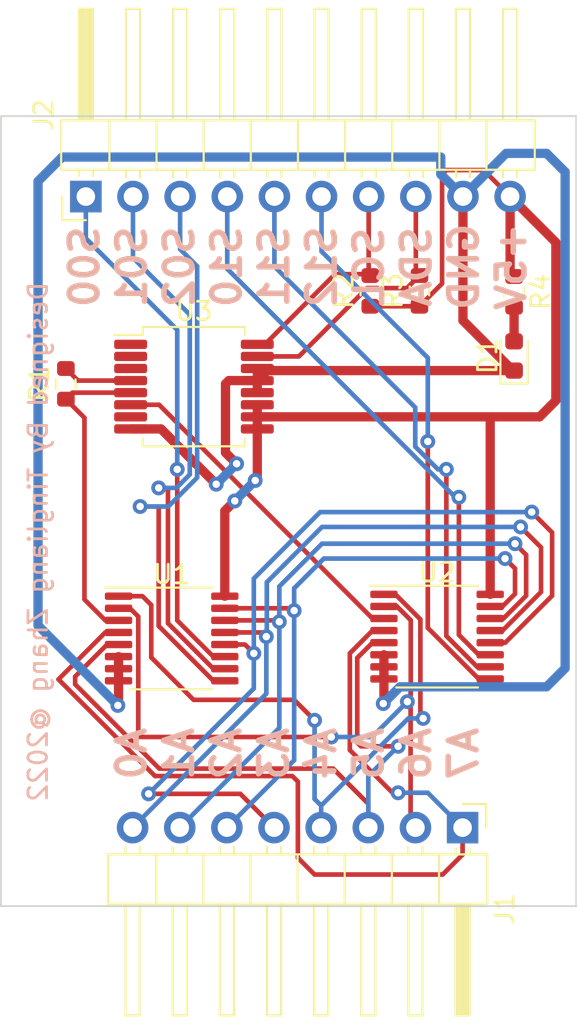
<source format=kicad_pcb>
(kicad_pcb (version 20211014) (generator pcbnew)
  (layers (0 "F.Cu" signal) (31 "B.Cu" signal) (34 "B.Paste" user) (35 "F.Paste" user) (36 "B.SilkS" user "B.Silkscreen") (37 "F.SilkS" user "F.Silkscreen") (38 "B.Mask" user) (39 "F.Mask" user) (44 "Edge.Cuts" user))
  (net 0 "")
  (net 1 "GND")
  (net 2 "Net-(D1-Pad2)")
  (net 3 "/A7")
  (net 4 "/A6")
  (net 5 "/A5")
  (net 6 "/A4")
  (net 7 "/A3")
  (net 8 "/A2")
  (net 9 "/A1")
  (net 10 "/A0")
  (net 11 "/S00")
  (net 12 "/S01")
  (net 13 "/S02")
  (net 14 "/S10")
  (net 15 "/S11")
  (net 16 "/S12")
  (net 17 "/SCL")
  (net 18 "/SDA")
  (net 19 "+5V")
  (net 20 "/IN")
  (net 21 "Net-(R1-Pad2)")
  (net 22 "/OUT")
  (footprint "Package_SO:TSSOP-16_4.4x5mm_P0.65mm" (layer "F.Cu") (at 110.5 58)
    (fp_text reference "U2" (at 0 -3.45) (layer "F.SilkS"))
    (fp_text value "74HC4051")
    (fp_line (start 0 -2.735) (end 2.2 -2.735) (layer "F.SilkS") (width 0.12))
    (fp_line (start 0 2.735) (end -2.2 2.735) (layer "F.SilkS") (width 0.12))
    (fp_line (start 0 2.735) (end 2.2 2.735) (layer "F.SilkS") (width 0.12))
    (fp_line (start 0 -2.735) (end -3.6 -2.735) (layer "F.SilkS") (width 0.12))
    (pad "1" smd roundrect locked (at -2.8625 -2.275) (size 1.475 0.4) (layers "F.Cu" "F.Paste" "F.Mask") (net 6 "/A4"))
    (pad "2" smd roundrect locked (at -2.8625 -1.625) (size 1.475 0.4) (layers "F.Cu" "F.Paste" "F.Mask") (net 4 "/A6"))
    (pad "3" smd roundrect locked (at -2.8625 -0.975) (size 1.475 0.4) (layers "F.Cu" "F.Paste" "F.Mask") (net 22 "/OUT"))
    (pad "4" smd roundrect locked (at -2.8625 -0.325) (size 1.475 0.4) (layers "F.Cu" "F.Paste" "F.Mask") (net 3 "/A7"))
    (pad "5" smd roundrect locked (at -2.8625 0.325) (size 1.475 0.4) (layers "F.Cu" "F.Paste" "F.Mask") (net 5 "/A5"))
    (pad "6" smd roundrect locked (at -2.8625 0.975) (size 1.475 0.4) (layers "F.Cu" "F.Paste" "F.Mask") (net 1 "GND"))
    (pad "7" smd roundrect locked (at -2.8625 1.625) (size 1.475 0.4) (layers "F.Cu" "F.Paste" "F.Mask") (net 1 "GND"))
    (pad "8" smd roundrect locked (at -2.8625 2.275) (size 1.475 0.4) (layers "F.Cu" "F.Paste" "F.Mask") (net 1 "GND"))
    (pad "9" smd roundrect locked (at 2.8625 2.275) (size 1.475 0.4) (layers "F.Cu" "F.Paste" "F.Mask") (net 16 "/S12"))
    (pad "10" smd roundrect locked (at 2.8625 1.625) (size 1.475 0.4) (layers "F.Cu" "F.Paste" "F.Mask") (net 15 "/S11"))
    (pad "11" smd roundrect locked (at 2.8625 0.975) (size 1.475 0.4) (layers "F.Cu" "F.Paste" "F.Mask") (net 14 "/S10"))
    (pad "12" smd roundrect locked (at 2.8625 0.325) (size 1.475 0.4) (layers "F.Cu" "F.Paste" "F.Mask") (net 7 "/A3"))
    (pad "13" smd roundrect locked (at 2.8625 -0.325) (size 1.475 0.4) (layers "F.Cu" "F.Paste" "F.Mask") (net 10 "/A0"))
    (pad "14" smd roundrect locked (at 2.8625 -0.975) (size 1.475 0.4) (layers "F.Cu" "F.Paste" "F.Mask") (net 9 "/A1"))
    (pad "15" smd roundrect locked (at 2.8625 -1.625) (size 1.475 0.4) (layers "F.Cu" "F.Paste" "F.Mask") (net 8 "/A2"))
    (pad "16" smd roundrect locked (at 2.8625 -2.275) (size 1.475 0.4) (layers "F.Cu" "F.Paste" "F.Mask") (net 19 "+5V"))
  )
  (footprint "Connector_PinHeader_2.54mm:PinHeader_1x10_P2.54mm_Horizontal" (layer "F.Cu") (at 91.575 34.325 90)
    (fp_text reference "J2" (at 4.385 -2.27 90) (layer "F.SilkS"))
    (fp_text value "Conn_01x10")
    (fp_line (start 1.042929 7.24) (end 1.44 7.24) (layer "F.SilkS") (width 0.12))
    (fp_line (start 1.042929 4.7) (end 1.44 4.7) (layer "F.SilkS") (width 0.12))
    (fp_line (start 1.042929 12.32) (end 1.44 12.32) (layer "F.SilkS") (width 0.12))
    (fp_line (start 4.1 0.28) (end 10.1 0.28) (layer "F.SilkS") (width 0.12))
    (fp_line (start 4.1 22.48) (end 10.1 22.48) (layer "F.SilkS") (width 0.12))
    (fp_line (start 10.1 18.16) (end 4.1 18.16) (layer "F.SilkS") (width 0.12))
    (fp_line (start 1.44 13.97) (end 4.1 13.97) (layer "F.SilkS") (width 0.12))
    (fp_line (start 1.042929 23.24) (end 1.44 23.24) (layer "F.SilkS") (width 0.12))
    (fp_line (start 1.11 -0.38) (end 1.44 -0.38) (layer "F.SilkS") (width 0.12))
    (fp_line (start 4.1 9.78) (end 10.1 9.78) (layer "F.SilkS") (width 0.12))
    (fp_line (start -1.27 0) (end -1.27 -1.27) (layer "F.SilkS") (width 0.12))
    (fp_line (start 1.042929 10.54) (end 1.44 10.54) (layer "F.SilkS") (width 0.12))
    (fp_line (start 1.44 16.51) (end 4.1 16.51) (layer "F.SilkS") (width 0.12))
    (fp_line (start 4.1 2.16) (end 10.1 2.16) (layer "F.SilkS") (width 0.12))
    (fp_line (start 10.1 13.08) (end 4.1 13.08) (layer "F.SilkS") (width 0.12))
    (fp_line (start 10.1 9.78) (end 10.1 10.54) (layer "F.SilkS") (width 0.12))
    (fp_line (start 1.042929 22.48) (end 1.44 22.48) (layer "F.SilkS") (width 0.12))
    (fp_line (start 4.1 24.19) (end 4.1 -1.33) (layer "F.SilkS") (width 0.12))
    (fp_line (start 1.042929 17.4) (end 1.44 17.4) (layer "F.SilkS") (width 0.12))
    (fp_line (start 1.042929 18.16) (end 1.44 18.16) (layer "F.SilkS") (width 0.12))
    (fp_line (start 10.1 19.94) (end 10.1 20.7) (layer "F.SilkS") (width 0.12))
    (fp_line (start 1.44 8.89) (end 4.1 8.89) (layer "F.SilkS") (width 0.12))
    (fp_line (start 1.44 21.59) (end 4.1 21.59) (layer "F.SilkS") (width 0.12))
    (fp_line (start 1.44 11.43) (end 4.1 11.43) (layer "F.SilkS") (width 0.12))
    (fp_line (start 1.44 19.05) (end 4.1 19.05) (layer "F.SilkS") (width 0.12))
    (fp_line (start 10.1 7.24) (end 10.1 8) (layer "F.SilkS") (width 0.12))
    (fp_line (start 4.1 4.7) (end 10.1 4.7) (layer "F.SilkS") (width 0.12))
    (fp_line (start 10.1 12.32) (end 10.1 13.08) (layer "F.SilkS") (width 0.12))
    (fp_line (start 10.1 -0.38) (end 10.1 0.38) (layer "F.SilkS") (width 0.12))
    (fp_line (start 4.1 12.32) (end 10.1 12.32) (layer "F.SilkS") (width 0.12))
    (fp_line (start 10.1 17.4) (end 10.1 18.16) (layer "F.SilkS") (width 0.12))
    (fp_line (start 10.1 10.54) (end 4.1 10.54) (layer "F.SilkS") (width 0.12))
    (fp_line (start 10.1 22.48) (end 10.1 23.24) (layer "F.SilkS") (width 0.12))
    (fp_line (start 1.042929 14.86) (end 1.44 14.86) (layer "F.SilkS") (width 0.12))
    (fp_line (start 4.1 17.4) (end 10.1 17.4) (layer "F.SilkS") (width 0.12))
    (fp_line (start 1.44 -1.33) (end 1.44 24.19) (layer "F.SilkS") (width 0.12))
    (fp_line (start 1.042929 2.16) (end 1.44 2.16) (layer "F.SilkS") (width 0.12))
    (fp_line (start 1.042929 15.62) (end 1.44 15.62) (layer "F.SilkS") (width 0.12))
    (fp_line (start 10.1 4.7) (end 10.1 5.46) (layer "F.SilkS") (width 0.12))
    (fp_line (start 1.44 1.27) (end 4.1 1.27) (layer "F.SilkS") (width 0.12))
    (fp_line (start 4.1 0.04) (end 10.1 0.04) (layer "F.SilkS") (width 0.12))
    (fp_line (start 1.042929 8) (end 1.44 8) (layer "F.SilkS") (width 0.12))
    (fp_line (start 10.1 5.46) (end 4.1 5.46) (layer "F.SilkS") (width 0.12))
    (fp_line (start 4.1 14.86) (end 10.1 14.86) (layer "F.SilkS") (width 0.12))
    (fp_line (start 1.44 6.35) (end 4.1 6.35) (layer "F.SilkS") (width 0.12))
    (fp_line (start 10.1 2.92) (end 4.1 2.92) (layer "F.SilkS") (width 0.12))
    (fp_line (start 1.44 24.19) (end 4.1 24.19) (layer "F.SilkS") (width 0.12))
    (fp_line (start 4.1 -1.33) (end 1.44 -1.33) (layer "F.SilkS") (width 0.12))
    (fp_line (start 1.11 0.38) (end 1.44 0.38) (layer "F.SilkS") (width 0.12))
    (fp_line (start 1.042929 20.7) (end 1.44 20.7) (layer "F.SilkS") (width 0.12))
    (fp_line (start 4.1 -0.32) (end 10.1 -0.32) (layer "F.SilkS") (width 0.12))
    (fp_line (start 4.1 7.24) (end 10.1 7.24) (layer "F.SilkS") (width 0.12))
    (fp_line (start 1.042929 9.78) (end 1.44 9.78) (layer "F.SilkS") (width 0.12))
    (fp_line (start 10.1 2.16) (end 10.1 2.92) (layer "F.SilkS") (width 0.12))
    (fp_line (start 4.1 0.16) (end 10.1 0.16) (layer "F.SilkS") (width 0.12))
    (fp_line (start 10.1 23.24) (end 4.1 23.24) (layer "F.SilkS") (width 0.12))
    (fp_line (start 4.1 19.94) (end 10.1 19.94) (layer "F.SilkS") (width 0.12))
    (fp_line (start 10.1 0.38) (end 4.1 0.38) (layer "F.SilkS") (width 0.12))
    (fp_line (start 4.1 -0.38) (end 10.1 -0.38) (layer "F.SilkS") (width 0.12))
    (fp_line (start -1.27 -1.27) (end 0 -1.27) (layer "F.SilkS") (width 0.12))
    (fp_line (start 10.1 8) (end 4.1 8) (layer "F.SilkS") (width 0.12))
    (fp_line (start 1.042929 2.92) (end 1.44 2.92) (layer "F.SilkS") (width 0.12))
    (fp_line (start 1.042929 19.94) (end 1.44 19.94) (layer "F.SilkS") (width 0.12))
    (fp_line (start 1.042929 13.08) (end 1.44 13.08) (layer "F.SilkS") (width 0.12))
    (fp_line (start 1.44 3.81) (end 4.1 3.81) (layer "F.SilkS") (width 0.12))
    (fp_line (start 10.1 14.86) (end 10.1 15.62) (layer "F.SilkS") (width 0.12))
    (fp_line (start 10.1 20.7) (end 4.1 20.7) (layer "F.SilkS") (width 0.12))
    (fp_line (start 10.1 15.62) (end 4.1 15.62) (layer "F.SilkS") (width 0.12))
    (fp_line (start 4.1 -0.08) (end 10.1 -0.08) (layer "F.SilkS") (width 0.12))
    (fp_line (start 4.1 -0.2) (end 10.1 -0.2) (layer "F.SilkS") (width 0.12))
    (fp_line (start 1.042929 5.46) (end 1.44 5.46) (layer "F.SilkS") (width 0.12))
    (pad "1" thru_hole rect locked (at 0 0 90) (size 1.7 1.7) (drill 1) (layers *.Cu *.Mask) (net 11 "/S00"))
    (pad "2" thru_hole oval locked (at 0 2.54 90) (size 1.7 1.7) (drill 1) (layers *.Cu *.Mask) (net 12 "/S01"))
    (pad "3" thru_hole oval locked (at 0 5.08 90) (size 1.7 1.7) (drill 1) (layers *.Cu *.Mask) (net 13 "/S02"))
    (pad "4" thru_hole oval locked (at 0 7.62 90) (size 1.7 1.7) (drill 1) (layers *.Cu *.Mask) (net 14 "/S10"))
    (pad "5" thru_hole oval locked (at 0 10.16 90) (size 1.7 1.7) (drill 1) (layers *.Cu *.Mask) (net 15 "/S11"))
    (pad "6" thru_hole oval locked (at 0 12.7 90) (size 1.7 1.7) (drill 1) (layers *.Cu *.Mask) (net 16 "/S12"))
    (pad "7" thru_hole oval locked (at 0 15.24 90) (size 1.7 1.7) (drill 1) (layers *.Cu *.Mask) (net 17 "/SCL"))
    (pad "8" thru_hole oval locked (at 0 17.78 90) (size 1.7 1.7) (drill 1) (layers *.Cu *.Mask) (net 18 "/SDA"))
    (pad "9" thru_hole oval locked (at 0 20.32 90) (size 1.7 1.7) (drill 1) (layers *.Cu *.Mask) (net 1 "GND"))
    (pad "10" thru_hole oval locked (at 0 22.86 90) (size 1.7 1.7) (drill 1) (layers *.Cu *.Mask) (net 19 "+5V"))
  )
  (footprint "Package_SO:SSOP-16_5.3x6.2mm_P0.65mm" (layer "F.Cu") (at 97.4 44.55)
    (fp_text reference "U3" (at 0 -4.05) (layer "F.SilkS"))
    (fp_text value "AD5933")
    (fp_line (start 0 3.21) (end -2.76 3.21) (layer "F.SilkS") (width 0.12))
    (fp_line (start 0 3.21) (end 2.76 3.21) (layer "F.SilkS") (width 0.12))
    (fp_line (start 2.76 3.21) (end 2.76 2.785) (layer "F.SilkS") (width 0.12))
    (fp_line (start 2.76 -3.21) (end 2.76 -2.785) (layer "F.SilkS") (width 0.12))
    (fp_line (start -2.76 -2.785) (end -4.3 -2.785) (layer "F.SilkS") (width 0.12))
    (fp_line (start 0 -3.21) (end -2.76 -3.21) (layer "F.SilkS") (width 0.12))
    (fp_line (start -2.76 3.21) (end -2.76 2.785) (layer "F.SilkS") (width 0.12))
    (fp_line (start -2.76 -3.21) (end -2.76 -2.785) (layer "F.SilkS") (width 0.12))
    (fp_line (start 0 -3.21) (end 2.76 -3.21) (layer "F.SilkS") (width 0.12))
    (pad "1" smd roundrect locked (at -3.4125 -2.275) (size 1.775 0.5) (layers "F.Cu" "F.Paste" "F.Mask"))
    (pad "2" smd roundrect locked (at -3.4125 -1.625) (size 1.775 0.5) (layers "F.Cu" "F.Paste" "F.Mask"))
    (pad "3" smd roundrect locked (at -3.4125 -0.975) (size 1.775 0.5) (layers "F.Cu" "F.Paste" "F.Mask"))
    (pad "4" smd roundrect locked (at -3.4125 -0.325) (size 1.775 0.5) (layers "F.Cu" "F.Paste" "F.Mask") (net 21 "Net-(R1-Pad2)"))
    (pad "5" smd roundrect locked (at -3.4125 0.325) (size 1.775 0.5) (layers "F.Cu" "F.Paste" "F.Mask") (net 20 "/IN"))
    (pad "6" smd roundrect locked (at -3.4125 0.975) (size 1.775 0.5) (layers "F.Cu" "F.Paste" "F.Mask") (net 22 "/OUT"))
    (pad "7" smd roundrect locked (at -3.4125 1.625) (size 1.775 0.5) (layers "F.Cu" "F.Paste" "F.Mask"))
    (pad "8" smd roundrect locked (at -3.4125 2.275) (size 1.775 0.5) (layers "F.Cu" "F.Paste" "F.Mask") (net 1 "GND"))
    (pad "9" smd roundrect locked (at 3.4125 2.275) (size 1.775 0.5) (layers "F.Cu" "F.Paste" "F.Mask") (net 19 "+5V"))
    (pad "10" smd roundrect locked (at 3.4125 1.625) (size 1.775 0.5) (layers "F.Cu" "F.Paste" "F.Mask") (net 19 "+5V"))
    (pad "11" smd roundrect locked (at 3.4125 0.975) (size 1.775 0.5) (layers "F.Cu" "F.Paste" "F.Mask") (net 19 "+5V"))
    (pad "12" smd roundrect locked (at 3.4125 0.325) (size 1.775 0.5) (layers "F.Cu" "F.Paste" "F.Mask") (net 1 "GND"))
    (pad "13" smd roundrect locked (at 3.4125 -0.325) (size 1.775 0.5) (layers "F.Cu" "F.Paste" "F.Mask") (net 1 "GND"))
    (pad "14" smd roundrect locked (at 3.4125 -0.975) (size 1.775 0.5) (layers "F.Cu" "F.Paste" "F.Mask") (net 1 "GND"))
    (pad "15" smd roundrect locked (at 3.4125 -1.625) (size 1.775 0.5) (layers "F.Cu" "F.Paste" "F.Mask") (net 18 "/SDA"))
    (pad "16" smd roundrect locked (at 3.4125 -2.275) (size 1.775 0.5) (layers "F.Cu" "F.Paste" "F.Mask") (net 17 "/SCL"))
  )
  (footprint "Connector_PinHeader_2.54mm:PinHeader_1x08_P2.54mm_Horizontal" (layer "F.Cu") (at 111.875 68.275 -90)
    (fp_text reference "J1" (at 4.385 -2.27 90) (layer "F.SilkS"))
    (fp_text value "Conn_01x08")
    (fp_line (start 1.042929 2.16) (end 1.44 2.16) (layer "F.SilkS") (width 0.12))
    (fp_line (start 10.1 12.32) (end 10.1 13.08) (layer "F.SilkS") (width 0.12))
    (fp_line (start 4.1 0.16) (end 10.1 0.16) (layer "F.SilkS") (width 0.12))
    (fp_line (start -1.27 -1.27) (end 0 -1.27) (layer "F.SilkS") (width 0.12))
    (fp_line (start 10.1 10.54) (end 4.1 10.54) (layer "F.SilkS") (width 0.12))
    (fp_line (start 1.11 -0.38) (end 1.44 -0.38) (layer "F.SilkS") (width 0.12))
    (fp_line (start 10.1 17.4) (end 10.1 18.16) (layer "F.SilkS") (width 0.12))
    (fp_line (start 10.1 18.16) (end 4.1 18.16) (layer "F.SilkS") (width 0.12))
    (fp_line (start 1.042929 14.86) (end 1.44 14.86) (layer "F.SilkS") (width 0.12))
    (fp_line (start 4.1 2.16) (end 10.1 2.16) (layer "F.SilkS") (width 0.12))
    (fp_line (start 1.042929 15.62) (end 1.44 15.62) (layer "F.SilkS") (width 0.12))
    (fp_line (start 1.44 -1.33) (end 1.44 19.11) (layer "F.SilkS") (width 0.12))
    (fp_line (start 4.1 -0.38) (end 10.1 -0.38) (layer "F.SilkS") (width 0.12))
    (fp_line (start 4.1 12.32) (end 10.1 12.32) (layer "F.SilkS") (width 0.12))
    (fp_line (start 1.042929 8) (end 1.44 8) (layer "F.SilkS") (width 0.12))
    (fp_line (start 10.1 14.86) (end 10.1 15.62) (layer "F.SilkS") (width 0.12))
    (fp_line (start 1.042929 12.32) (end 1.44 12.32) (layer "F.SilkS") (width 0.12))
    (fp_line (start 1.042929 7.24) (end 1.44 7.24) (layer "F.SilkS") (width 0.12))
    (fp_line (start 1.042929 10.54) (end 1.44 10.54) (layer "F.SilkS") (width 0.12))
    (fp_line (start 10.1 2.16) (end 10.1 2.92) (layer "F.SilkS") (width 0.12))
    (fp_line (start 4.1 -0.2) (end 10.1 -0.2) (layer "F.SilkS") (width 0.12))
    (fp_line (start 1.44 8.89) (end 4.1 8.89) (layer "F.SilkS") (width 0.12))
    (fp_line (start 10.1 0.38) (end 4.1 0.38) (layer "F.SilkS") (width 0.12))
    (fp_line (start 4.1 0.28) (end 10.1 0.28) (layer "F.SilkS") (width 0.12))
    (fp_line (start 4.1 7.24) (end 10.1 7.24) (layer "F.SilkS") (width 0.12))
    (fp_line (start 4.1 4.7) (end 10.1 4.7) (layer "F.SilkS") (width 0.12))
    (fp_line (start 4.1 19.11) (end 4.1 -1.33) (layer "F.SilkS") (width 0.12))
    (fp_line (start 1.042929 18.16) (end 1.44 18.16) (layer "F.SilkS") (width 0.12))
    (fp_line (start 4.1 0.04) (end 10.1 0.04) (layer "F.SilkS") (width 0.12))
    (fp_line (start 4.1 -0.08) (end 10.1 -0.08) (layer "F.SilkS") (width 0.12))
    (fp_line (start 1.44 3.81) (end 4.1 3.81) (layer "F.SilkS") (width 0.12))
    (fp_line (start 1.44 16.51) (end 4.1 16.51) (layer "F.SilkS") (width 0.12))
    (fp_line (start 1.042929 17.4) (end 1.44 17.4) (layer "F.SilkS") (width 0.12))
    (fp_line (start 10.1 5.46) (end 4.1 5.46) (layer "F.SilkS") (width 0.12))
    (fp_line (start 1.042929 4.7) (end 1.44 4.7) (layer "F.SilkS") (width 0.12))
    (fp_line (start -1.27 0) (end -1.27 -1.27) (layer "F.SilkS") (width 0.12))
    (fp_line (start 4.1 -1.33) (end 1.44 -1.33) (layer "F.SilkS") (width 0.12))
    (fp_line (start 10.1 -0.38) (end 10.1 0.38) (layer "F.SilkS") (width 0.12))
    (fp_line (start 1.44 13.97) (end 4.1 13.97) (layer "F.SilkS") (width 0.12))
    (fp_line (start 4.1 17.4) (end 10.1 17.4) (layer "F.SilkS") (width 0.12))
    (fp_line (start 4.1 -0.32) (end 10.1 -0.32) (layer "F.SilkS") (width 0.12))
    (fp_line (start 10.1 15.62) (end 4.1 15.62) (layer "F.SilkS") (width 0.12))
    (fp_line (start 1.44 1.27) (end 4.1 1.27) (layer "F.SilkS") (width 0.12))
    (fp_line (start 10.1 8) (end 4.1 8) (layer "F.SilkS") (width 0.12))
    (fp_line (start 4.1 9.78) (end 10.1 9.78) (layer "F.SilkS") (width 0.12))
    (fp_line (start 10.1 9.78) (end 10.1 10.54) (layer "F.SilkS") (width 0.12))
    (fp_line (start 4.1 14.86) (end 10.1 14.86) (layer "F.SilkS") (width 0.12))
    (fp_line (start 10.1 7.24) (end 10.1 8) (layer "F.SilkS") (width 0.12))
    (fp_line (start 1.042929 13.08) (end 1.44 13.08) (layer "F.SilkS") (width 0.12))
    (fp_line (start 10.1 13.08) (end 4.1 13.08) (layer "F.SilkS") (width 0.12))
    (fp_line (start 1.11 0.38) (end 1.44 0.38) (layer "F.SilkS") (width 0.12))
    (fp_line (start 1.042929 5.46) (end 1.44 5.46) (layer "F.SilkS") (width 0.12))
    (fp_line (start 1.44 11.43) (end 4.1 11.43) (layer "F.SilkS") (width 0.12))
    (fp_line (start 1.44 19.11) (end 4.1 19.11) (layer "F.SilkS") (width 0.12))
    (fp_line (start 10.1 2.92) (end 4.1 2.92) (layer "F.SilkS") (width 0.12))
    (fp_line (start 1.042929 9.78) (end 1.44 9.78) (layer "F.SilkS") (width 0.12))
    (fp_line (start 1.44 6.35) (end 4.1 6.35) (layer "F.SilkS") (width 0.12))
    (fp_line (start 1.042929 2.92) (end 1.44 2.92) (layer "F.SilkS") (width 0.12))
    (fp_line (start 10.1 4.7) (end 10.1 5.46) (layer "F.SilkS") (width 0.12))
    (pad "1" thru_hole rect locked (at 0 0 270) (size 1.7 1.7) (drill 1) (layers *.Cu *.Mask) (net 3 "/A7"))
    (pad "2" thru_hole oval locked (at 0 2.54 270) (size 1.7 1.7) (drill 1) (layers *.Cu *.Mask) (net 4 "/A6"))
    (pad "3" thru_hole oval locked (at 0 5.08 270) (size 1.7 1.7) (drill 1) (layers *.Cu *.Mask) (net 5 "/A5"))
    (pad "4" thru_hole oval locked (at 0 7.62 270) (size 1.7 1.7) (drill 1) (layers *.Cu *.Mask) (net 6 "/A4"))
    (pad "5" thru_hole oval locked (at 0 10.16 270) (size 1.7 1.7) (drill 1) (layers *.Cu *.Mask) (net 7 "/A3"))
    (pad "6" thru_hole oval locked (at 0 12.7 270) (size 1.7 1.7) (drill 1) (layers *.Cu *.Mask) (net 8 "/A2"))
    (pad "7" thru_hole oval locked (at 0 15.24 270) (size 1.7 1.7) (drill 1) (layers *.Cu *.Mask) (net 9 "/A1"))
    (pad "8" thru_hole oval locked (at 0 17.78 270) (size 1.7 1.7) (drill 1) (layers *.Cu *.Mask) (net 10 "/A0"))
  )
  (footprint "Resistor_SMD:R_0603_1608Metric" (layer "F.Cu") (at 106.9 39.4 90)
    (fp_text reference "R2" (at 0 -1.43 90) (layer "F.SilkS"))
    (fp_text value "10k")
    (fp_line (start -0.237258 0.5225) (end 0.237258 0.5225) (layer "F.SilkS") (width 0.12))
    (fp_line (start -0.237258 -0.5225) (end 0.237258 -0.5225) (layer "F.SilkS") (width 0.12))
    (pad "1" smd roundrect locked (at -0.825 0 90) (size 0.8 0.95) (layers "F.Cu" "F.Paste" "F.Mask") (net 19 "+5V"))
    (pad "2" smd roundrect locked (at 0.825 0 90) (size 0.8 0.95) (layers "F.Cu" "F.Paste" "F.Mask") (net 17 "/SCL"))
  )
  (footprint "Package_SO:TSSOP-16_4.4x5mm_P0.65mm" (layer "F.Cu") (at 96.2 58.1)
    (fp_text reference "U1" (at 0 -3.45) (layer "F.SilkS"))
    (fp_text value "74HC4051")
    (fp_line (start 0 -2.735) (end 2.2 -2.735) (layer "F.SilkS") (width 0.12))
    (fp_line (start 0 2.735) (end -2.2 2.735) (layer "F.SilkS") (width 0.12))
    (fp_line (start 0 -2.735) (end -3.6 -2.735) (layer "F.SilkS") (width 0.12))
    (fp_line (start 0 2.735) (end 2.2 2.735) (layer "F.SilkS") (width 0.12))
    (pad "1" smd roundrect locked (at -2.8625 -2.275) (size 1.475 0.4) (layers "F.Cu" "F.Paste" "F.Mask") (net 6 "/A4"))
    (pad "2" smd roundrect locked (at -2.8625 -1.625) (size 1.475 0.4) (layers "F.Cu" "F.Paste" "F.Mask") (net 4 "/A6"))
    (pad "3" smd roundrect locked (at -2.8625 -0.975) (size 1.475 0.4) (layers "F.Cu" "F.Paste" "F.Mask") (net 20 "/IN"))
    (pad "4" smd roundrect locked (at -2.8625 -0.325) (size 1.475 0.4) (layers "F.Cu" "F.Paste" "F.Mask") (net 3 "/A7"))
    (pad "5" smd roundrect locked (at -2.8625 0.325) (size 1.475 0.4) (layers "F.Cu" "F.Paste" "F.Mask") (net 5 "/A5"))
    (pad "6" smd roundrect locked (at -2.8625 0.975) (size 1.475 0.4) (layers "F.Cu" "F.Paste" "F.Mask") (net 1 "GND"))
    (pad "7" smd roundrect locked (at -2.8625 1.625) (size 1.475 0.4) (layers "F.Cu" "F.Paste" "F.Mask") (net 1 "GND"))
    (pad "8" smd roundrect locked (at -2.8625 2.275) (size 1.475 0.4) (layers "F.Cu" "F.Paste" "F.Mask") (net 1 "GND"))
    (pad "9" smd roundrect locked (at 2.8625 2.275) (size 1.475 0.4) (layers "F.Cu" "F.Paste" "F.Mask") (net 13 "/S02"))
    (pad "10" smd roundrect locked (at 2.8625 1.625) (size 1.475 0.4) (layers "F.Cu" "F.Paste" "F.Mask") (net 12 "/S01"))
    (pad "11" smd roundrect locked (at 2.8625 0.975) (size 1.475 0.4) (layers "F.Cu" "F.Paste" "F.Mask") (net 11 "/S00"))
    (pad "12" smd roundrect locked (at 2.8625 0.325) (size 1.475 0.4) (layers "F.Cu" "F.Paste" "F.Mask") (net 7 "/A3"))
    (pad "13" smd roundrect locked (at 2.8625 -0.325) (size 1.475 0.4) (layers "F.Cu" "F.Paste" "F.Mask") (net 10 "/A0"))
    (pad "14" smd roundrect locked (at 2.8625 -0.975) (size 1.475 0.4) (layers "F.Cu" "F.Paste" "F.Mask") (net 9 "/A1"))
    (pad "15" smd roundrect locked (at 2.8625 -1.625) (size 1.475 0.4) (layers "F.Cu" "F.Paste" "F.Mask") (net 8 "/A2"))
    (pad "16" smd roundrect locked (at 2.8625 -2.275) (size 1.475 0.4) (layers "F.Cu" "F.Paste" "F.Mask") (net 19 "+5V"))
  )
  (footprint "Resistor_SMD:R_0603_1608Metric" (layer "F.Cu") (at 90.5 44.4 90)
    (fp_text reference "R1" (at 0 -1.43 90) (layer "F.SilkS"))
    (fp_text value "10k")
    (fp_line (start -0.237258 -0.5225) (end 0.237258 -0.5225) (layer "F.SilkS") (width 0.12))
    (fp_line (start -0.237258 0.5225) (end 0.237258 0.5225) (layer "F.SilkS") (width 0.12))
    (pad "1" smd roundrect locked (at -0.825 0 90) (size 0.8 0.95) (layers "F.Cu" "F.Paste" "F.Mask") (net 20 "/IN"))
    (pad "2" smd roundrect locked (at 0.825 0 90) (size 0.8 0.95) (layers "F.Cu" "F.Paste" "F.Mask") (net 21 "Net-(R1-Pad2)"))
  )
  (footprint "Resistor_SMD:R_0603_1608Metric" (layer "F.Cu") (at 109.55 39.4 90)
    (fp_text reference "R3" (at 0 -1.43 90) (layer "F.SilkS"))
    (fp_text value "10k")
    (fp_line (start -0.237258 0.5225) (end 0.237258 0.5225) (layer "F.SilkS") (width 0.12))
    (fp_line (start -0.237258 -0.5225) (end 0.237258 -0.5225) (layer "F.SilkS") (width 0.12))
    (pad "1" smd roundrect locked (at -0.825 0 90) (size 0.8 0.95) (layers "F.Cu" "F.Paste" "F.Mask") (net 19 "+5V"))
    (pad "2" smd roundrect locked (at 0.825 0 90) (size 0.8 0.95) (layers "F.Cu" "F.Paste" "F.Mask") (net 18 "/SDA"))
  )
  (footprint "Resistor_SMD:R_0603_1608Metric" (layer "F.Cu") (at 114.65 39.45 -90)
    (fp_text reference "R4" (at 0 -1.43 90) (layer "F.SilkS"))
    (fp_text value "200")
    (fp_line (start -0.237258 0.5225) (end 0.237258 0.5225) (layer "F.SilkS") (width 0.12))
    (fp_line (start -0.237258 -0.5225) (end 0.237258 -0.5225) (layer "F.SilkS") (width 0.12))
    (pad "1" smd roundrect locked (at -0.825 0 270) (size 0.8 0.95) (layers "F.Cu" "F.Paste" "F.Mask") (net 19 "+5V"))
    (pad "2" smd roundrect locked (at 0.825 0 270) (size 0.8 0.95) (layers "F.Cu" "F.Paste" "F.Mask") (net 2 "Net-(D1-Pad2)"))
  )
  (footprint "LED_SMD:LED_0603_1608Metric" (layer "F.Cu") (at 114.65 42.9 90)
    (fp_text reference "D1" (at 0 -1.43 90) (layer "F.SilkS"))
    (fp_text value "LED")
    (fp_line (start -1.485 -0.735) (end -1.485 0.735) (layer "F.SilkS") (width 0.12))
    (fp_line (start -1.485 0.735) (end 0.8 0.735) (layer "F.SilkS") (width 0.12))
    (fp_line (start 0.8 -0.735) (end -1.485 -0.735) (layer "F.SilkS") (width 0.12))
    (pad "1" smd roundrect locked (at -0.7875 0 90) (size 0.875 0.95) (layers "F.Cu" "F.Paste" "F.Mask") (net 1 "GND"))
    (pad "2" smd roundrect locked (at 0.7875 0 90) (size 0.875 0.95) (layers "F.Cu" "F.Paste" "F.Mask") (net 2 "Net-(D1-Pad2)"))
  )
  (gr_line (start 87 30) (end 118 30) (layer "Edge.Cuts") (width 0.1))
  (gr_line (start 87 72.5) (end 87 30) (layer "Edge.Cuts") (width 0.1))
  (gr_line (start 118 30) (end 118 72.5) (layer "Edge.Cuts") (width 0.1))
  (gr_line (start 118 72.5) (end 87 72.5) (layer "Edge.Cuts") (width 0.1))
  (gr_text "SDA" (at 109.388885 38.1 90) (layer "B.SilkS") (effects (font (size 1.5 1.5) (thickness 0.3)) (justify mirror)))
  (gr_text "S12" (at 104.277775 38.1 90) (layer "B.SilkS") (effects (font (size 1.5 1.5) (thickness 0.3)) (justify mirror)))
  (gr_text "SCL" (at 106.83333 38.1 90) (layer "B.SilkS") (effects (font (size 1.5 1.5) (thickness 0.3)) (justify mirror)))
  (gr_text "A1" (at 96.58889 64.3 90) (layer "B.SilkS") (effects (font (size 1.5 1.5) (thickness 0.3)) (justify mirror)))
  (gr_text "S11" (at 101.72222 38.1 90) (layer "B.SilkS") (effects (font (size 1.5 1.5) (thickness 0.3)) (justify mirror)))
  (gr_text "A6" (at 109.366665 64.3 90) (layer "B.SilkS") (effects (font (size 1.5 1.5) (thickness 0.3)) (justify mirror)))
  (gr_text "S10" (at 99.166665 38.1 90) (layer "B.SilkS") (effects (font (size 1.5 1.5) (thickness 0.3)) (justify mirror)))
  (gr_text "A3" (at 101.7 64.3 90) (layer "B.SilkS") (effects (font (size 1.5 1.5) (thickness 0.3)) (justify mirror)))
  (gr_text "S00" (at 91.5 38.1 90) (layer "B.SilkS") (effects (font (size 1.5 1.5) (thickness 0.3)) (justify mirror)))
  (gr_text "A0" (at 94.033335 64.3 90) (layer "B.SilkS") (effects (font (size 1.5 1.5) (thickness 0.3)) (justify mirror)))
  (gr_text "A2" (at 99.144445 64.3 90) (layer "B.SilkS") (effects (font (size 1.5 1.5) (thickness 0.3)) (justify mirror)))
  (gr_text "A4" (at 104.255555 64.3 90) (layer "B.SilkS") (effects (font (size 1.5 1.5) (thickness 0.3)) (justify mirror)))
  (gr_text "S02" (at 96.61111 38.1 90) (layer "B.SilkS") (effects (font (size 1.5 1.5) (thickness 0.3)) (justify mirror)))
  (gr_text "A7" (at 111.92222 64.3 90) (layer "B.SilkS") (effects (font (size 1.5 1.5) (thickness 0.3)) (justify mirror)))
  (gr_text "Designed By Tingliang Zhang @2022" (at 89 52.9 90) (layer "B.SilkS") (effects (font (size 1 1)) (justify mirror)))
  (gr_text "+5V" (at 114.499995 38.1 90) (layer "B.SilkS") (effects (font (size 1.5 1.5) (thickness 0.3)) (justify mirror)))
  (gr_text "S01" (at 94.055555 38.1 90) (layer "B.SilkS") (effects (font (size 1.5 1.5) (thickness 0.3)) (justify mirror)))
  (gr_text "GND" (at 111.94444 38.1 90) (layer "B.SilkS") (effects (font (size 1.5 1.5) (thickness 0.3)) (justify mirror)))
  (gr_text "A5" (at 106.81111 64.3 90) (layer "B.SilkS") (effects (font (size 1.5 1.5) (thickness 0.3)) (justify mirror)))
  (segment (start 93.3375 60.375) (end 93.3375 61.6625) (width 0.5) (layer "F.Cu") (net 1))
  (segment (start 114.5875 43.6875) (end 111.895 40.995) (width 0.5) (layer "F.Cu") (net 1))
  (segment (start 114.65 43.6875) (end 101.35 43.6875) (width 0.5) (layer "F.Cu") (net 1))
  (segment (start 93.3375 61.6625) (end 93.3 61.7) (width 0.5) (layer "F.Cu") (net 1))
  (segment (start 114.65 43.6875) (end 114.5875 43.6875) (width 0.5) (layer "F.Cu") (net 1))
  (segment (start 93.3375 59.075) (end 93.3375 60.375) (width 0.5) (layer "F.Cu") (net 1))
  (segment (start 107.6375 61.5625) (end 107.6 61.6) (width 0.5) (layer "F.Cu") (net 1))
  (segment (start 93.9875 46.825) (end 95.625 46.825) (width 0.5) (layer "F.Cu") (net 1))
  (segment (start 99.1 48.1) (end 99.1 44.4) (width 0.5) (layer "F.Cu") (net 1))
  (segment (start 99.7 48.7) (end 99.1 48.1) (width 0.5) (layer "F.Cu") (net 1))
  (segment (start 99.1 44.4) (end 99.275 44.225) (width 0.5) (layer "F.Cu") (net 1))
  (segment (start 95.625 46.825) (end 98.6 49.8) (width 0.5) (layer "F.Cu") (net 1))
  (segment (start 107.6375 58.975) (end 107.6375 60.275) (width 0.5) (layer "F.Cu") (net 1))
  (segment (start 99.275 44.225) (end 100.8125 44.225) (width 0.5) (layer "F.Cu") (net 1))
  (segment (start 101.35 43.6875) (end 100.8125 44.225) (width 0.5) (layer "F.Cu") (net 1))
  (segment (start 111.895 40.995) (end 111.895 34.325) (width 0.5) (layer "F.Cu") (net 1))
  (segment (start 100.8125 43.575) (end 100.8125 44.875) (width 0.5) (layer "F.Cu") (net 1))
  (segment (start 107.6375 59.625) (end 107.6375 61.5625) (width 0.5) (layer "F.Cu") (net 1))
  (via (at 93.3 61.7) (size 0.8) (drill 0.4) (layers "F.Cu" "B.Cu") (net 1))
  (via (at 107.6 61.6) (size 0.8) (drill 0.4) (layers "F.Cu" "B.Cu") (net 1))
  (via (at 98.6 49.8) (size 0.8) (drill 0.4) (layers "F.Cu" "B.Cu") (net 1))
  (via (at 99.7 48.7) (size 0.8) (drill 0.4) (layers "F.Cu" "B.Cu") (net 1))
  (segment (start 110.7 33.13) (end 111.895 34.325) (width 0.5) (layer "B.Cu") (net 1))
  (segment (start 117.4 33) (end 116.4 32) (width 0.5) (layer "B.Cu") (net 1))
  (segment (start 89 33.5) (end 90.3 32.2) (width 0.5) (layer "B.Cu") (net 1))
  (segment (start 107.6 61.6) (end 108.499511 60.700489) (width 0.5) (layer "B.Cu") (net 1))
  (segment (start 117.4 59.7) (end 117.4 33) (width 0.5) (layer "B.Cu") (net 1))
  (segment (start 116.4 32) (end 114.22 32) (width 0.5) (layer "B.Cu") (net 1))
  (segment (start 110.7 32.2) (end 110.7 33.13) (width 0.5) (layer "B.Cu") (net 1))
  (segment (start 93.3 61.7) (end 89 57.4) (width 0.5) (layer "B.Cu") (net 1))
  (segment (start 89 57.4) (end 89 33.5) (width 0.5) (layer "B.Cu") (net 1))
  (segment (start 114.22 32) (end 111.895 34.325) (width 0.5) (layer "B.Cu") (net 1))
  (segment (start 108.499511 60.700489) (end 116.399511 60.700489) (width 0.5) (layer "B.Cu") (net 1))
  (segment (start 98.6 49.8) (end 99.7 48.7) (width 0.5) (layer "B.Cu") (net 1))
  (segment (start 116.399511 60.700489) (end 117.4 59.7) (width 0.5) (layer "B.Cu") (net 1))
  (segment (start 90.3 32.2) (end 110.7 32.2) (width 0.5) (layer "B.Cu") (net 1))
  (segment (start 114.65 40.275) (end 114.65 42.1125) (width 0.5) (layer "F.Cu") (net 2))
  (segment (start 90.1 60.3) (end 95.3 65.5) (width 0.25) (layer "F.Cu") (net 3))
  (segment (start 95.3 65.5) (end 102.7 65.5) (width 0.25) (layer "F.Cu") (net 3))
  (segment (start 103.9 70.8) (end 110.8 70.8) (width 0.25) (layer "F.Cu") (net 3))
  (segment (start 93.3375 57.775) (end 92.625 57.775) (width 0.25) (layer "F.Cu") (net 3))
  (segment (start 105.8 58.895349) (end 105.8 64.1) (width 0.25) (layer "F.Cu") (net 3))
  (segment (start 107.020349 57.675) (end 105.8 58.895349) (width 0.25) (layer "F.Cu") (net 3))
  (segment (start 105.8 64.1) (end 108.1 66.4) (width 0.25) (layer "F.Cu") (net 3))
  (segment (start 107.6375 57.675) (end 107.020349 57.675) (width 0.25) (layer "F.Cu") (net 3))
  (segment (start 108.1 66.4) (end 108.4 66.4) (width 0.25) (layer "F.Cu") (net 3))
  (segment (start 111.875 69.725) (end 111.875 68.275) (width 0.25) (layer "F.Cu") (net 3))
  (segment (start 110.8 70.8) (end 111.875 69.725) (width 0.25) (layer "F.Cu") (net 3))
  (segment (start 103 65.8) (end 103 69.9) (width 0.25) (layer "F.Cu") (net 3))
  (segment (start 92.625 57.775) (end 90.1 60.3) (width 0.25) (layer "F.Cu") (net 3))
  (segment (start 102.7 65.5) (end 103 65.8) (width 0.25) (layer "F.Cu") (net 3))
  (segment (start 103 69.9) (end 103.9 70.8) (width 0.25) (layer "F.Cu") (net 3))
  (via (at 108.4 66.4) (size 0.8) (drill 0.4) (layers "F.Cu" "B.Cu") (net 3))
  (segment (start 108.4 66.4) (end 110 66.4) (width 0.25) (layer "B.Cu") (net 3))
  (segment (start 110 66.4) (end 111.875 68.275) (width 0.25) (layer "B.Cu") (net 3))
  (segment (start 94.4 56.920349) (end 94.4 63.4) (width 0.25) (layer "F.Cu") (net 4))
  (segment (start 93.954651 56.475) (end 94.4 56.920349) (width 0.25) (layer "F.Cu") (net 4))
  (segment (start 109.074511 68.014511) (end 109.335 68.275) (width 0.25) (layer "F.Cu") (net 4))
  (segment (start 93.3375 56.475) (end 93.954651 56.475) (width 0.25) (layer "F.Cu") (net 4))
  (segment (start 108.339645 56.375) (end 109.082323 57.117678) (width 0.25) (layer "F.Cu") (net 4))
  (segment (start 109.082323 61.017677) (end 109.074511 61.025489) (width 0.25) (layer "F.Cu") (net 4))
  (segment (start 94.4 63.4) (end 104.8 63.4) (width 0.25) (layer "F.Cu") (net 4))
  (segment (start 109.082323 57.117678) (end 109.082323 61.017677) (width 0.25) (layer "F.Cu") (net 4))
  (segment (start 109.074511 61.025489) (end 109.074511 68.014511) (width 0.25) (layer "F.Cu") (net 4))
  (segment (start 107.6375 56.375) (end 108.339645 56.375) (width 0.25) (layer "F.Cu") (net 4))
  (via (at 108.9 61.5) (size 0.8) (drill 0.4) (layers "F.Cu" "B.Cu") (net 4))
  (via (at 104.8 63.4) (size 0.8) (drill 0.4) (layers "F.Cu" "B.Cu") (net 4))
  (segment (start 104.8 63.4) (end 107 63.4) (width 0.25) (layer "B.Cu") (net 4))
  (segment (start 107 63.4) (end 108.9 61.5) (width 0.25) (layer "B.Cu") (net 4))
  (segment (start 92.720349 58.425) (end 91 60.145349) (width 0.25) (layer "F.Cu") (net 5))
  (segment (start 106.795 66.995) (end 106.795 68.275) (width 0.25) (layer "F.Cu") (net 5))
  (segment (start 107.6375 58.325) (end 107.020349 58.325) (width 0.25) (layer "F.Cu") (net 5))
  (segment (start 106.39952 63.9) (end 108.4 63.9) (width 0.25) (layer "F.Cu") (net 5))
  (segment (start 91 60.565006) (end 95.534994 65.1) (width 0.25) (layer "F.Cu") (net 5))
  (segment (start 95.534994 65.1) (end 104.9 65.1) (width 0.25) (layer "F.Cu") (net 5))
  (segment (start 91 60.145349) (end 91 60.565006) (width 0.25) (layer "F.Cu") (net 5))
  (segment (start 104.9 65.1) (end 106.795 66.995) (width 0.25) (layer "F.Cu") (net 5))
  (segment (start 106.19952 59.145829) (end 106.19952 63.7) (width 0.25) (layer "F.Cu") (net 5))
  (segment (start 93.3375 58.425) (end 92.720349 58.425) (width 0.25) (layer "F.Cu") (net 5))
  (segment (start 106.19952 63.7) (end 106.39952 63.9) (width 0.25) (layer "F.Cu") (net 5))
  (segment (start 107.020349 58.325) (end 106.19952 59.145829) (width 0.25) (layer "F.Cu") (net 5))
  (via (at 108.4 63.9) (size 0.8) (drill 0.4) (layers "F.Cu" "B.Cu") (net 5))
  (segment (start 106.795 65.505) (end 106.795 68.275) (width 0.25) (layer "B.Cu") (net 5))
  (segment (start 108.4 63.9) (end 106.795 65.505) (width 0.25) (layer "B.Cu") (net 5))
  (segment (start 102.8 61.4) (end 103.9 62.5) (width 0.25) (layer "F.Cu") (net 6))
  (segment (start 94.625 55.825) (end 95.10048 56.30048) (width 0.25) (layer "F.Cu") (net 6))
  (segment (start 109.60048 62.251469) (end 109.749011 62.4) (width 0.25) (layer "F.Cu") (net 6))
  (segment (start 109.60048 57.070829) (end 109.60048 61.59952) (width 0.25) (layer "F.Cu") (net 6))
  (segment (start 95.10048 59.12048) (end 97.38 61.4) (width 0.25) (layer "F.Cu") (net 6))
  (segment (start 107.6375 55.725) (end 108.254651 55.725) (width 0.25) (layer "F.Cu") (net 6))
  (segment (start 95.10048 56.30048) (end 95.10048 59.12048) (width 0.25) (layer "F.Cu") (net 6))
  (segment (start 93.3375 55.825) (end 94.625 55.825) (width 0.25) (layer "F.Cu") (net 6))
  (segment (start 97.38 61.4) (end 102.8 61.4) (width 0.25) (layer "F.Cu") (net 6))
  (segment (start 109.60048 61.59952) (end 109.60048 62.251469) (width 0.25) (layer "F.Cu") (net 6))
  (segment (start 108.254651 55.725) (end 109.60048 57.070829) (width 0.25) (layer "F.Cu") (net 6))
  (via (at 109.749011 62.4) (size 0.8) (drill 0.4) (layers "F.Cu" "B.Cu") (net 6))
  (via (at 103.9 62.5) (size 0.8) (drill 0.4) (layers "F.Cu" "B.Cu") (net 6))
  (segment (start 103.9 66.736096) (end 104.255 67.091096) (width 0.25) (layer "B.Cu") (net 6))
  (segment (start 109.749011 62.4) (end 108.946096 62.4) (width 0.25) (layer "B.Cu") (net 6))
  (segment (start 103.9 62.5) (end 103.9 66.736096) (width 0.25) (layer "B.Cu") (net 6))
  (segment (start 108.946096 62.4) (end 104.255 67.091096) (width 0.25) (layer "B.Cu") (net 6))
  (segment (start 104.255 67.091096) (end 104.255 68.275) (width 0.25) (layer "B.Cu") (net 6))
  (segment (start 114.175 58.325) (end 116.7 55.8) (width 0.25) (layer "F.Cu") (net 7))
  (segment (start 94.958056 66.458056) (end 99.898056 66.458056) (width 0.25) (layer "F.Cu") (net 7))
  (segment (start 113.3625 58.325) (end 114.175 58.325) (width 0.25) (layer "F.Cu") (net 7))
  (segment (start 99.898056 66.458056) (end 101.715 68.275) (width 0.25) (layer "F.Cu") (net 7))
  (segment (start 100.1505 58.425) (end 100.6255 58.9) (width 0.25) (layer "F.Cu") (net 7))
  (segment (start 116.7 52.4) (end 115.6 51.3) (width 0.25) (layer "F.Cu") (net 7))
  (segment (start 99.0625 58.425) (end 100.1505 58.425) (width 0.25) (layer "F.Cu") (net 7))
  (segment (start 116.7 55.8) (end 116.7 52.4) (width 0.25) (layer "F.Cu") (net 7))
  (via (at 115.6 51.3) (size 0.8) (drill 0.4) (layers "F.Cu" "B.Cu") (net 7))
  (via (at 94.958056 66.458056) (size 0.8) (drill 0.4) (layers "F.Cu" "B.Cu") (net 7))
  (via (at 100.6255 58.9) (size 0.8) (drill 0.4) (layers "F.Cu" "B.Cu") (net 7))
  (segment (start 100.6255 58.9) (end 100.6255 60.790612) (width 0.25) (layer "B.Cu") (net 7))
  (segment (start 115.6 51.3) (end 104.2 51.3) (width 0.25) (layer "B.Cu") (net 7))
  (segment (start 104.2 51.3) (end 100.6255 54.8745) (width 0.25) (layer "B.Cu") (net 7))
  (segment (start 100.6255 54.8745) (end 100.6255 58.9) (width 0.25) (layer "B.Cu") (net 7))
  (segment (start 100.6255 60.790612) (end 94.958056 66.458056) (width 0.25) (layer "B.Cu") (net 7))
  (segment (start 114.025 56.375) (end 114.7 55.7) (width 0.25) (layer "F.Cu") (net 8))
  (segment (start 114.7 54.338) (end 114.162 53.8) (width 0.25) (layer "F.Cu") (net 8))
  (segment (start 114.7 55.7) (end 114.7 54.338) (width 0.25) (layer "F.Cu") (net 8))
  (segment (start 99.0625 56.475) (end 102.675 56.475) (width 0.25) (layer "F.Cu") (net 8))
  (segment (start 102.675 56.475) (end 102.8 56.6) (width 0.25) (layer "F.Cu") (net 8))
  (segment (start 113.3625 56.375) (end 114.025 56.375) (width 0.25) (layer "F.Cu") (net 8))
  (via (at 114.162 53.8) (size 0.8) (drill 0.4) (layers "F.Cu" "B.Cu") (net 8))
  (via (at 102.8 56.6) (size 0.8) (drill 0.4) (layers "F.Cu" "B.Cu") (net 8))
  (segment (start 102.8 55.4) (end 102.9 55.3) (width 0.25) (layer "B.Cu") (net 8))
  (segment (start 102.8 56.6) (end 102.8 64.65) (width 0.25) (layer "B.Cu") (net 8))
  (segment (start 102.8 64.65) (end 99.175 68.275) (width 0.25) (layer "B.Cu") (net 8))
  (segment (start 104.4 53.8) (end 114.1 53.8) (width 0.25) (layer "B.Cu") (net 8))
  (segment (start 102.8 56.6) (end 102.8 55.4) (width 0.25) (layer "B.Cu") (net 8))
  (segment (start 102.9 55.3) (end 104.4 53.8) (width 0.25) (layer "B.Cu") (net 8))
  (segment (start 115.3 55.8) (end 115.3 53.6) (width 0.25) (layer "F.Cu") (net 9))
  (segment (start 101.925 57.125) (end 102 57.2) (width 0.25) (layer "F.Cu") (net 9))
  (segment (start 99.0625 57.125) (end 101.925 57.125) (width 0.25) (layer "F.Cu") (net 9))
  (segment (start 113.3625 57.025) (end 114.075 57.025) (width 0.25) (layer "F.Cu") (net 9))
  (segment (start 115.3 53.6) (end 114.7 53) (width 0.25) (layer "F.Cu") (net 9))
  (segment (start 114.075 57.025) (end 115.3 55.8) (width 0.25) (layer "F.Cu") (net 9))
  (via (at 102 57.2) (size 0.8) (drill 0.4) (layers "F.Cu" "B.Cu") (net 9))
  (via (at 114.7 53) (size 0.8) (drill 0.4) (layers "F.Cu" "B.Cu") (net 9))
  (segment (start 104.3 53) (end 114.7 53) (width 0.25) (layer "B.Cu") (net 9))
  (segment (start 102 57.2) (end 102 55.3) (width 0.25) (layer "B.Cu") (net 9))
  (segment (start 102 62.91) (end 96.635 68.275) (width 0.25) (layer "B.Cu") (net 9))
  (segment (start 102 55.3) (end 102.2 55.1) (width 0.25) (layer "B.Cu") (net 9))
  (segment (start 102.2 55.1) (end 104.3 53) (width 0.25) (layer "B.Cu") (net 9))
  (segment (start 102 57.2) (end 102 62.91) (width 0.25) (layer "B.Cu") (net 9))
  (segment (start 99.0625 57.775) (end 101.075 57.775) (width 0.25) (layer "F.Cu") (net 10))
  (segment (start 116.1 55.6) (end 116.1 53.198964) (width 0.25) (layer "F.Cu") (net 10))
  (segment (start 116.1 53.198964) (end 115.000259 52.099223) (width 0.25) (layer "F.Cu") (net 10))
  (segment (start 101.075 57.775) (end 101.3 58) (width 0.25) (layer "F.Cu") (net 10))
  (segment (start 114.025 57.675) (end 116.1 55.6) (width 0.25) (layer "F.Cu") (net 10))
  (segment (start 113.3625 57.675) (end 114.025 57.675) (width 0.25) (layer "F.Cu") (net 10))
  (via (at 115.000259 52.099223) (size 0.8) (drill 0.4) (layers "F.Cu" "B.Cu") (net 10))
  (via (at 101.3 58) (size 0.8) (drill 0.4) (layers "F.Cu" "B.Cu") (net 10))
  (segment (start 101.3 61.07) (end 94.095 68.275) (width 0.25) (layer "B.Cu") (net 10))
  (segment (start 104.3 52.1) (end 101.325489 55.074511) (width 0.25) (layer "B.Cu") (net 10))
  (segment (start 101.325489 55.074511) (end 101.325489 57.974511) (width 0.25) (layer "B.Cu") (net 10))
  (segment (start 101.3 58) (end 101.3 61.07) (width 0.25) (layer "B.Cu") (net 10))
  (segment (start 114.999482 52.1) (end 104.3 52.1) (width 0.25) (layer "B.Cu") (net 10))
  (segment (start 101.325489 57.974511) (end 101.3 58) (width 0.25) (layer "B.Cu") (net 10))
  (segment (start 115.000259 52.099223) (end 114.999482 52.1) (width 0.25) (layer "B.Cu") (net 10))
  (segment (start 99.0625 59.075) (end 98.445349 59.075) (width 0.25) (layer "F.Cu") (net 11))
  (segment (start 98.445349 59.075) (end 96.5 57.129651) (width 0.25) (layer "F.Cu") (net 11))
  (segment (start 96.5 57.129651) (end 96.5 49) (width 0.25) (layer "F.Cu") (net 11))
  (via (at 96.5 49) (size 0.8) (drill 0.4) (layers "F.Cu" "B.Cu") (net 11))
  (segment (start 96.5 41.5) (end 91.575 36.575) (width 0.25) (layer "B.Cu") (net 11))
  (segment (start 91.575 36.575) (end 91.575 34.325) (width 0.25) (layer "B.Cu") (net 11))
  (segment (start 96.5 49) (end 96.5 41.5) (width 0.25) (layer "B.Cu") (net 11))
  (segment (start 96 50) (end 95.5 50) (width 0.25) (layer "F.Cu") (net 12))
  (segment (start 98.445349 59.725) (end 96 57.279651) (width 0.25) (layer "F.Cu") (net 12))
  (segment (start 99.0625 59.725) (end 98.445349 59.725) (width 0.25) (layer "F.Cu") (net 12))
  (segment (start 96 57.279651) (end 96 50) (width 0.25) (layer "F.Cu") (net 12))
  (via (at 95.5 50) (size 0.8) (drill 0.4) (layers "F.Cu" "B.Cu") (net 12))
  (segment (start 97.174511 40.674511) (end 95.5 39) (width 0.25) (layer "B.Cu") (net 12))
  (segment (start 97.174511 49.279393) (end 97.174511 40.674511) (width 0.25) (layer "B.Cu") (net 12))
  (segment (start 96.453904 50) (end 97.174511 49.279393) (width 0.25) (layer "B.Cu") (net 12))
  (segment (start 94.5 38) (end 95.5 39) (width 0.25) (layer "B.Cu") (net 12))
  (segment (start 94.115 34.325) (end 94.115 37.615) (width 0.25) (layer "B.Cu") (net 12))
  (segment (start 94.115 37.615) (end 94.5 38) (width 0.25) (layer "B.Cu") (net 12))
  (segment (start 95.5 50) (end 96.453904 50) (width 0.25) (layer "B.Cu") (net 12))
  (segment (start 95.5 57.429651) (end 95.5 51) (width 0.25) (layer "F.Cu") (net 13))
  (segment (start 98.445349 60.375) (end 95.5 57.429651) (width 0.25) (layer "F.Cu") (net 13))
  (segment (start 95.5 51) (end 94.5 51) (width 0.25) (layer "F.Cu") (net 13))
  (segment (start 99.0625 60.375) (end 98.445349 60.375) (width 0.25) (layer "F.Cu") (net 13))
  (via (at 94.5 51) (size 0.8) (drill 0.4) (layers "F.Cu" "B.Cu") (net 13))
  (segment (start 97.574031 38.074031) (end 96.655 37.155) (width 0.25) (layer "B.Cu") (net 13))
  (segment (start 94.5 51) (end 96.01891 51) (width 0.25) (layer "B.Cu") (net 13))
  (segment (start 96.655 37.155) (end 96.655 34.325) (width 0.25) (layer "B.Cu") (net 13))
  (segment (start 96.01891 51) (end 97.574031 49.444879) (width 0.25) (layer "B.Cu") (net 13))
  (segment (start 97.574031 49.444879) (end 97.574031 38.074031) (width 0.25) (layer "B.Cu") (net 13))
  (segment (start 111.6745 57.904151) (end 111.6745 50.5) (width 0.25) (layer "F.Cu") (net 14))
  (segment (start 113.3625 58.975) (end 112.745349 58.975) (width 0.25) (layer "F.Cu") (net 14))
  (segment (start 112.745349 58.975) (end 111.6745 57.904151) (width 0.25) (layer "F.Cu") (net 14))
  (via (at 111.6745 50.5) (size 0.8) (drill 0.4) (layers "F.Cu" "B.Cu") (net 14))
  (segment (start 99.195 38.21391) (end 99.195 34.325) (width 0.25) (layer "B.Cu") (net 14))
  (segment (start 111.6745 50.5) (end 111.48109 50.5) (width 0.25) (layer "B.Cu") (net 14))
  (segment (start 111.48109 50.5) (end 99.195 38.21391) (width 0.25) (layer "B.Cu") (net 14))
  (segment (start 112.660355 59.625) (end 111 57.964645) (width 0.25) (layer "F.Cu") (net 15))
  (segment (start 113.3625 59.625) (end 112.660355 59.625) (width 0.25) (layer "F.Cu") (net 15))
  (segment (start 111 57.964645) (end 111 49) (width 0.25) (layer "F.Cu") (net 15))
  (via (at 111 49) (size 0.8) (drill 0.4) (layers "F.Cu" "B.Cu") (net 15))
  (segment (start 109.325489 47.779393) (end 109.325489 45.674511) (width 0.25) (layer "B.Cu") (net 15))
  (segment (start 109.325489 45.674511) (end 101.735 38.084022) (width 0.25) (layer "B.Cu") (net 15))
  (segment (start 101.735 38.084022) (end 101.735 34.325) (width 0.25) (layer "B.Cu") (net 15))
  (segment (start 111 49) (end 110.546096 49) (width 0.25) (layer "B.Cu") (net 15))
  (segment (start 110.546096 49) (end 109.325489 47.779393) (width 0.25) (layer "B.Cu") (net 15))
  (segment (start 110 57.529651) (end 110 47.5) (width 0.25) (layer "F.Cu") (net 16))
  (segment (start 113.3625 60.275) (end 112.745349 60.275) (width 0.25) (layer "F.Cu") (net 16))
  (segment (start 112.745349 60.275) (end 110 57.529651) (width 0.25) (layer "F.Cu") (net 16))
  (via (at 110 47.5) (size 0.8) (drill 0.4) (layers "F.Cu" "B.Cu") (net 16))
  (segment (start 110 43) (end 104.275 37.275) (width 0.25) (layer "B.Cu") (net 16))
  (segment (start 104.275 37.275) (end 104.275 34.325) (width 0.25) (layer "B.Cu") (net 16))
  (segment (start 110 47.5) (end 110 43) (width 0.25) (layer "B.Cu") (net 16))
  (segment (start 101.225 42.275) (end 105 38.5) (width 0.25) (layer "F.Cu") (net 17))
  (segment (start 106.825 38.5) (end 106.9 38.575) (width 0.25) (layer "F.Cu") (net 17))
  (segment (start 105 38.5) (end 106.825 38.5) (width 0.25) (layer "F.Cu") (net 17))
  (segment (start 106.815 34.325) (end 106.815 38.49) (width 0.25) (layer "F.Cu") (net 17))
  (segment (start 100.8125 42.275) (end 101.225 42.275) (width 0.25) (layer "F.Cu") (net 17))
  (segment (start 106.815 38.49) (end 106.9 38.575) (width 0.25) (layer "F.Cu") (net 17))
  (segment (start 106.729408 39.24952) (end 108.87548 39.24952) (width 0.25) (layer "F.Cu") (net 18))
  (segment (start 109.355 34.325) (end 109.355 38.38) (width 0.25) (layer "F.Cu") (net 18))
  (segment (start 109.355 38.38) (end 109.55 38.575) (width 0.25) (layer "F.Cu") (net 18))
  (segment (start 103.053928 42.925) (end 106.729408 39.24952) (width 0.25) (layer "F.Cu") (net 18))
  (segment (start 100.8125 42.925) (end 103.053928 42.925) (width 0.25) (layer "F.Cu") (net 18))
  (segment (start 108.87548 39.24952) (end 109.55 38.575) (width 0.25) (layer "F.Cu") (net 18))
  (segment (start 100.7 49.6) (end 100.8125 49.4875) (width 0.5) (layer "F.Cu") (net 19))
  (segment (start 116.9 36.79) (end 114.435 34.325) (width 0.5) (layer "F.Cu") (net 19))
  (segment (start 113.3625 55.725) (end 113.3625 46.2875) (width 0.5) (layer "F.Cu") (net 19))
  (segment (start 100.8125 49.4875) (end 100.8125 46.5875) (width 0.5) (layer "F.Cu") (net 19))
  (segment (start 113.01 32.9) (end 114.435 34.325) (width 0.25) (layer "F.Cu") (net 19))
  (segment (start 111 32.9) (end 113.01 32.9) (width 0.25) (layer "F.Cu") (net 19))
  (segment (start 110.770489 33.129511) (end 111 32.9) (width 0.25) (layer "F.Cu") (net 19))
  (segment (start 113.475 46.175) (end 116.025 46.175) (width 0.5) (layer "F.Cu") (net 19))
  (segment (start 116.025 46.175) (end 116.9 45.3) (width 0.5) (layer "F.Cu") (net 19))
  (segment (start 114.435 38.41) (end 114.65 38.625) (width 0.5) (layer "F.Cu") (net 19))
  (segment (start 114.435 34.325) (end 114.435 38.41) (width 0.5) (layer "F.Cu") (net 19))
  (segment (start 113.3625 46.2875) (end 113.475 46.175) (width 0.5) (layer "F.Cu") (net 19))
  (segment (start 100.8125 46.825) (end 100.8125 46.5875) (width 0.5) (layer "F.Cu") (net 19))
  (segment (start 99.0625 55.825) (end 99.0625 51.2375) (width 0.5) (layer "F.Cu") (net 19))
  (segment (start 109.55 40.225) (end 110.770489 39.004511) (width 0.25) (layer "F.Cu") (net 19))
  (segment (start 100.8125 46.175) (end 113.475 46.175) (width 0.5) (layer "F.Cu") (net 19))
  (segment (start 99.0625 51.2375) (end 99.6 50.7) (width 0.5) (layer "F.Cu") (net 19))
  (segment (start 106.9 40.225) (end 109.55 40.225) (width 0.25) (layer "F.Cu") (net 19))
  (segment (start 100.8125 46.5875) (end 100.8125 45.525) (width 0.5) (layer "F.Cu") (net 19))
  (segment (start 110.770489 39.004511) (end 110.770489 33.129511) (width 0.25) (layer "F.Cu") (net 19))
  (segment (start 116.9 45.3) (end 116.9 36.79) (width 0.5) (layer "F.Cu") (net 19))
  (via (at 99.6 50.7) (size 0.8) (drill 0.4) (layers "F.Cu" "B.Cu") (net 19))
  (via (at 100.7 49.6) (size 0.8) (drill 0.4) (layers "F.Cu" "B.Cu") (net 19))
  (segment (start 99.6 50.7) (end 100.7 49.6) (width 0.5) (layer "B.Cu") (net 19))
  (segment (start 92.625 57.125) (end 93.3375 57.125) (width 0.25) (layer "F.Cu") (net 20))
  (segment (start 91.5 46.225) (end 91.5 56) (width 0.25) (layer "F.Cu") (net 20))
  (segment (start 91.5 56) (end 92.625 57.125) (width 0.25) (layer "F.Cu") (net 20))
  (segment (start 90.85 44.875) (end 90.5 45.225) (width 0.25) (layer "F.Cu") (net 20))
  (segment (start 90.5 45.225) (end 91.5 46.225) (width 0.25) (layer "F.Cu") (net 20))
  (segment (start 93.9875 44.875) (end 90.85 44.875) (width 0.25) (layer "F.Cu") (net 20))
  (segment (start 93.9875 44.225) (end 91.15 44.225) (width 0.25) (layer "F.Cu") (net 21))
  (segment (start 91.15 44.225) (end 90.5 43.575) (width 0.25) (layer "F.Cu") (net 21))
  (segment (start 95.520349 45.525) (end 107.020349 57.025) (width 0.25) (layer "F.Cu") (net 22))
  (segment (start 93.9875 45.525) (end 95.520349 45.525) (width 0.25) (layer "F.Cu") (net 22))
  (segment (start 107.020349 57.025) (end 107.6375 57.025) (width 0.25) (layer "F.Cu") (net 22))
)
</source>
